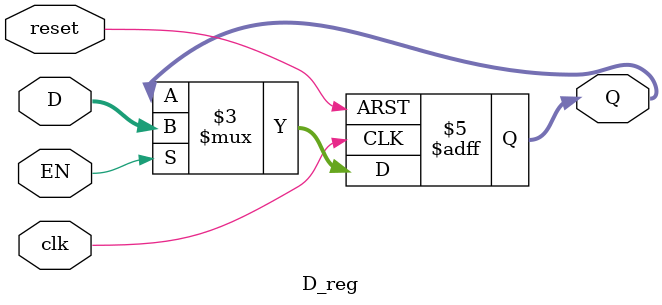
<source format=v>
`timescale 1ns / 1ps

module D_reg #(parameter WIDTH = 8) (input clk, reset, EN, input [WIDTH-1:0] D, output reg [WIDTH-1:0] Q);
    always@(posedge clk, posedge reset)
        if(reset) Q <= 0;
        else if(EN) Q <= D;
        else Q <= Q;
endmodule

</source>
